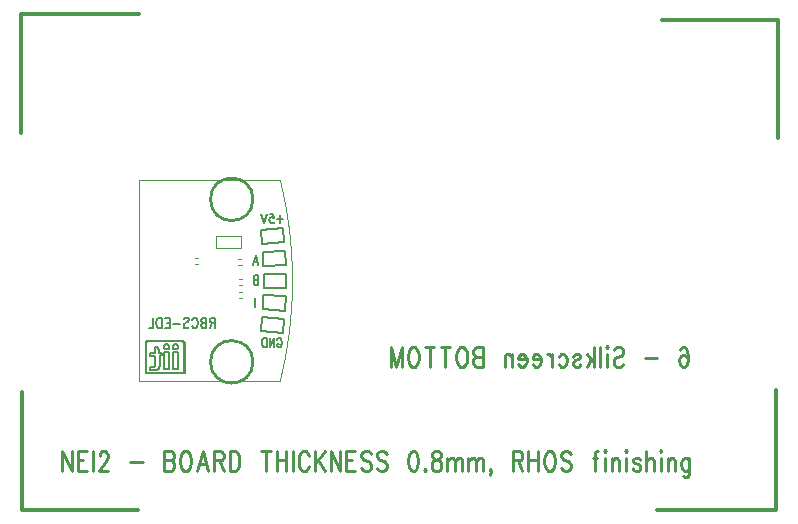
<source format=gbr>
*
*
G04 PADS 9.3 Build Number: 433611 generated Gerber (RS-274-X) file*
G04 PC Version=2.1*
*
%IN "NEI2_2.pcb"*%
*
%MOIN*%
*
%FSLAX35Y35*%
*
*
*
*
G04 PC Standard Apertures*
*
*
G04 Thermal Relief Aperture macro.*
%AMTER*
1,1,$1,0,0*
1,0,$1-$2,0,0*
21,0,$3,$4,0,0,45*
21,0,$3,$4,0,0,135*
%
*
*
G04 Annular Aperture macro.*
%AMANN*
1,1,$1,0,0*
1,0,$2,0,0*
%
*
*
G04 Odd Aperture macro.*
%AMODD*
1,1,$1,0,0*
1,0,$1-0.005,0,0*
%
*
*
G04 PC Custom Aperture Macros*
*
*
*
*
*
*
G04 PC Aperture Table*
*
%ADD010C,0.00394*%
%ADD012C,0.004*%
%ADD013C,0.005*%
%ADD014C,0.00591*%
%ADD016C,0.01*%
%ADD028C,0.001*%
%ADD037C,0.01181*%
%ADD052C,0.00787*%
*
*
*
*
G04 PC Circuitry*
G04 Layer Name NEI2_2.pcb - circuitry*
%LPD*%
*
*
G04 PC Custom Flashes*
G04 Layer Name NEI2_2.pcb - flashes*
%LPD*%
*
*
G04 PC Circuitry*
G04 Layer Name NEI2_2.pcb - circuitry*
%LPD*%
*
G54D10*
G01X40157Y110433D02*
X87125D01*
X87111Y43450D02*
G75*
G03Y110487I-135443J33519D01*
G01X87125Y43504D02*
X40157D01*
Y110433*
G54D12*
X59807Y84449D02*
X58685D01*
X59783Y82480D02*
X58780D01*
X74082Y91961D02*
Y87961D01*
X65682*
Y91961*
X74082*
X73067Y82087D02*
X74189D01*
X73091Y84055D02*
X74094D01*
X73264Y75591D02*
X74386D01*
X73287Y77559D02*
X74291D01*
X73264Y71063D02*
X74386D01*
X73287Y73031D02*
X74291D01*
G54D13*
X81183Y86549D02*
X81431Y81831D01*
X88901Y82223*
X88653Y86941*
X81183Y86549*
X81496Y79331D02*
Y74606D01*
X88976*
Y79331*
X81496*
X81431Y72106D02*
X81183Y67388D01*
X88653Y66996*
X88901Y71714*
X81431Y72106*
X80987Y64894D02*
X80493Y60195D01*
X87933Y59413*
X88426Y64112*
X80987Y64894*
X80493Y93742D02*
X80987Y89043D01*
X88426Y89825*
X87933Y94524*
X80493Y93742*
G54D14*
X87026Y98720D02*
Y96063D01*
X87992Y97392D02*
X86059D01*
X83697Y99163D02*
X84771D01*
X84878Y97835*
X84771Y97982*
X84449Y98130*
X84127*
X83805Y97982*
X83590Y97687*
X83482Y97244*
X83590Y96949*
X83697Y96506*
X83912Y96211*
X84234Y96063*
X84556*
X84878Y96211*
X84986Y96358*
X85093Y96654*
X82516Y99163D02*
X81657Y96063D01*
X80798Y99163D02*
X81657Y96063D01*
X85988Y57087D02*
X86095Y57382D01*
X86310Y57677*
X86525Y57825*
X86954*
X87169Y57677*
X87384Y57382*
X87491Y57087*
X87598Y56644*
Y55906*
X87491Y55463*
X87384Y55167*
X87169Y54872*
X86954Y54724*
X86525*
X86310Y54872*
X86095Y55167*
X85988Y55463*
Y55906*
X86525D02*
X85988D01*
X85021Y57825D02*
Y54724D01*
Y57825D02*
X83518Y54724D01*
Y57825D02*
Y54724D01*
X82552Y57825D02*
Y54724D01*
Y57825D02*
X81800D01*
X81478Y57677*
X81263Y57382*
X81156Y57087*
X81049Y56644*
Y55906*
X81156Y55463*
X81263Y55167*
X81478Y54872*
X81800Y54724*
X82552*
X78865Y85384D02*
X79724Y82283D01*
X78865Y85384D02*
X78006Y82283D01*
X79402Y83317D02*
X78329D01*
X79724Y78691D02*
Y75591D01*
Y78691D02*
X78758D01*
X78436Y78543*
X78329Y78396*
X78221Y78100*
Y77805*
X78329Y77510*
X78436Y77362*
X78758Y77215*
X79724D02*
X78758D01*
X78436Y77067*
X78329Y76919*
X78221Y76624*
Y76181*
X78329Y75886*
X78436Y75738*
X78758Y75591*
X79724*
X78543Y71211D02*
Y68110D01*
X42913Y56890D02*
Y56877D01*
X42861*
Y56865*
X42802*
Y56853*
X42754*
Y56841*
X42718*
Y56829*
X42694*
Y56817*
X42658*
Y56805*
X42634*
X42635Y56793*
X42611*
Y56781*
X42587*
Y56769*
X42575*
Y56757*
X42551*
Y56745*
X42527*
Y56733*
X42515*
Y56721*
X42503*
Y56709*
X42479*
Y56697*
X42467*
Y56685*
X42456*
Y56673*
X42444*
Y56661*
X42432*
Y56649*
X42420*
Y56637*
X42408*
Y56625*
X42396*
Y56613*
X42384*
Y56601*
X42372*
Y56589*
X42360*
Y56566*
X42348*
Y56554*
X42336*
Y56530*
X42325*
Y56518*
X42313*
Y56494*
X42301*
Y56470*
X42289*
Y56446*
X42277*
Y56422*
X42265*
Y56386*
X42253*
Y56350*
X42241*
Y56302*
X42241D02*
X42229D01*
X42252Y46603*
X42264*
Y46555*
X42276*
Y46519*
X42288*
Y46484*
X42300*
Y46460*
X42312*
Y46436*
X42324*
Y46412*
X42336*
Y46388*
X42348*
Y46376*
X42360*
Y46352*
X42372*
Y46340*
X42372D02*
X42384D01*
Y46317*
X42396*
Y46305*
X42408*
Y46293*
X42420*
Y46281*
X42432*
Y46269*
X42444*
Y46257*
X42456*
X42456D02*
Y46245D01*
X42467*
Y46233*
X42479*
Y46221*
X42491*
Y46209*
X42503*
Y46197*
X42527Y46198*
Y46186*
X42539*
Y46174*
X42551*
Y46162*
X42575*
Y46150*
X42599*
Y46138*
X42611*
Y46126*
X42635*
Y46114*
X42659*
Y46102*
X42683*
Y46090*
X42719*
Y46078*
X42743Y46079*
Y46067*
X42790*
Y46055*
X42898*
Y46043*
X55237Y46071*
X55214Y56320*
X55202*
Y56380*
X55190*
Y56416*
X55178*
Y56451*
X55166*
Y56475*
X55154*
Y56499*
X55142*
Y56523*
X55130*
Y56547*
X55118*
Y56559*
X55106*
Y56583*
X55094*
Y56595*
X55082*
Y56607*
X55070*
Y56630*
X55058*
Y56642*
X55046*
Y56654*
X55034*
Y56666*
X55022*
Y56678*
X55010*
Y56690*
X54998*
Y56702*
X54986*
Y56714*
X54974*
Y56726*
X54962*
Y56738*
X54938*
Y56750*
X54926*
Y56762*
X54926D02*
X54902Y56761D01*
Y56773*
X54890*
Y56785*
X54866*
Y56797*
X54854*
Y56809*
X54831*
X54830Y56821*
X54807*
Y56833*
X54783*
Y56845*
X54747*
Y56857*
X54723*
Y56869*
X54675Y56868*
Y56880*
X54639*
Y56892*
X54579*
Y56904*
X54528*
Y56916*
X42913Y56890*
X42918Y56722D02*
X54541Y56749D01*
Y56737*
X54601*
Y56725*
X54648*
Y56713*
X54684*
Y56701*
X54708*
Y56689*
X54744*
Y56677*
X54756Y56678*
Y56666*
X54780*
Y56654*
X54804*
Y56642*
X54816*
Y56630*
X54840*
Y56618*
X54852*
Y56606*
X54864*
Y56594*
X54888*
Y56582*
X54900*
X54900D02*
Y56570D01*
X54911*
X54912Y56558*
X54923*
X54924Y56546*
X54924D02*
X54935D01*
Y56535*
X54947*
Y56511*
X54959*
Y56499*
X54971*
Y56487*
X54983*
Y56463*
X54995*
Y56451*
X55007*
Y56427*
X55019*
Y56403*
X55031*
Y56368*
X55043*
Y56332*
X55055*
Y56284*
X55067*
X55090Y46214*
X42942Y46187*
Y46198*
X42882*
Y46210*
X42835*
Y46222*
X42799*
Y46234*
X42775*
Y46246*
X42739*
Y46258*
X42715*
Y46270*
X42703*
Y46282*
X42679Y46281*
Y46293*
X42655*
Y46305*
X42643*
Y46317*
X42631*
Y46329*
X42607*
Y46341*
X42595*
Y46353*
X42584*
X42584D02*
X42583Y46365D01*
X42572*
X42571Y46377*
X42560*
Y46389*
X42548*
Y46401*
X42536*
Y46424*
X42524*
Y46436*
X42512*
Y46448*
X42500*
Y46472*
X42488*
Y46484*
X42476*
Y46508*
X42464*
Y46532*
X42452*
Y46568*
X42440*
Y46603*
X42428*
Y46651*
X42416*
X42394Y56255*
X42406*
X42405Y56303*
X42417*
Y56339*
X42429*
Y56375*
X42441*
Y56398*
X42453Y56399*
Y56422*
X42465*
Y56434*
X42477*
Y56458*
X42489*
Y56470*
X42501*
Y56482*
X42513*
X42512Y56506*
X42524*
Y56518*
X42536*
Y56530*
X42548*
Y56542*
X42560*
Y56554*
X42572*
Y56566*
X42584*
Y56578*
X42608*
Y56590*
X42620*
Y56602*
X42632*
Y56614*
X42656*
Y56626*
X42679*
Y56638*
X42691*
Y56650*
X42715*
Y56662*
X42751*
Y56674*
X42775*
Y56686*
X42811*
Y56698*
X42858*
Y56710*
X42918*
Y56722*
X51354Y53318D02*
X51367Y47393D01*
X53016Y47397*
X53002Y53322*
X51354Y53318*
X51939Y55769D02*
Y55757D01*
X51879*
X51880Y55745*
X51832*
Y55733*
X51796Y55732*
Y55721*
X51772*
Y55709*
X51736Y55708*
Y55697*
X51712Y55696*
Y55685*
X51689Y55684*
Y55673*
X51665Y55672*
Y55661*
X51641Y55660*
Y55649*
X51629*
Y55637*
X51605Y55636*
Y55625*
X51593*
Y55613*
X51581*
Y55601*
X51557*
Y55589*
X51545*
Y55577*
X51533*
X51534Y55565*
X51522*
Y55553*
X51510*
Y55541*
X51498*
Y55529*
X51486*
Y55517*
X51474*
Y55505*
X51462*
Y55493*
X51450*
Y55481*
X51438*
Y55469*
X51426*
Y55457*
X51414*
Y55445*
X51402*
Y55421*
X51390*
X51391Y55409*
X51379*
Y55397*
X51367*
Y55373*
X51355*
Y55361*
X51343*
Y55337*
X51331*
Y55313*
X51319*
Y55289*
X51307*
Y55266*
X51295Y55265*
Y55242*
X51283*
Y55206*
X51272*
Y55170*
X51260*
Y55122*
X51248*
Y55062*
X51236*
Y54955*
X51224*
X51225Y54847*
X51236*
X51237Y54728*
X51249*
Y54668*
X51261*
Y54632*
X51273*
Y54597*
X51285*
Y54561*
X51297*
Y54537*
X51309*
Y54501*
X51321*
Y54477*
X51333*
Y54465*
X51345*
Y54441*
X51357*
Y54418*
X51369*
Y54406*
X51381*
Y54382*
X51393*
Y54370*
X51405*
Y54358*
X51417*
Y54334*
X51429*
Y54322*
X51441*
Y54310*
X51453*
Y54298*
X51465*
Y54286*
X51477*
Y54274*
X51489Y54275*
Y54263*
X51501*
Y54251*
X51513*
Y54239*
X51525*
Y54227*
X51537*
Y54215*
X51560*
X51561Y54203*
X51572*
Y54191*
X51584*
Y54179*
X51596*
Y54167*
X51620*
Y54155*
X51632*
Y54143*
X51656*
Y54132*
X51680*
Y54120*
X51704*
Y54108*
X51728*
Y54096*
X51752*
Y54084*
X51776*
Y54072*
X51812*
Y54060*
X51859*
Y54048*
X51907*
Y54037*
X51979*
Y54025*
X52206*
Y54037*
X52278*
Y54049*
X52337*
Y54061*
X52373Y54062*
Y54073*
X52409Y54074*
Y54085*
X52433Y54086*
Y54097*
X52457*
Y54109*
X52480Y54110*
Y54121*
X52504*
Y54133*
X52528Y54134*
Y54145*
X52552Y54146*
Y54157*
X52564*
Y54169*
X52588*
Y54181*
X52600*
Y54193*
X52612*
Y54205*
X52636*
Y54217*
X52647*
Y54229*
X52659*
Y54241*
X52671*
Y54253*
X52683*
Y54265*
X52695*
Y54277*
X52707*
Y54289*
X52719*
Y54301*
X52731*
Y54313*
X52743*
Y54325*
X52755*
Y54337*
X52767*
Y54349*
X52779*
Y54373*
X52790*
Y54385*
X52802*
Y54397*
X52814*
Y54421*
X52826*
Y54433*
X52838*
Y54457*
X52850*
Y54481*
X52862*
Y54505*
X52874*
Y54529*
X52874D02*
X52886D01*
Y54552*
X52898*
Y54576*
X52909*
Y54612*
X52921*
Y54660*
X52933*
Y54708*
X52945*
Y54780*
X52957*
X52956Y55030*
X52944*
Y55102*
X52932*
Y55150*
X52920*
Y55186*
X52908*
Y55221*
X52896*
Y55257*
X52884*
Y55281*
X52872*
Y55305*
X52860*
Y55329*
X52848*
Y55353*
X52836*
Y55365*
X52824*
Y55388*
X52812*
Y55400*
X52800*
Y55424*
X52788*
Y55436*
X52776*
Y55448*
X52764*
Y55460*
X52752*
Y55472*
X52740*
Y55496*
X52728*
Y55508*
X52716*
Y55520*
X52704*
Y55531*
X52692*
Y55543*
X52680*
Y55555*
X52668*
Y55567*
X52644*
Y55579*
X52632*
Y55591*
X52620*
Y55603*
X52608*
Y55615*
X52585*
Y55627*
X52573*
Y55639*
X52549*
Y55651*
X52537*
Y55663*
X52513Y55662*
Y55674*
X52489*
Y55686*
X52465*
Y55698*
X52441*
Y55710*
X52417*
Y55722*
X52381*
Y55734*
X52345*
Y55746*
X52298*
Y55758*
X52238Y55757*
Y55769*
X51939*
X48401Y53311D02*
X48414Y47386D01*
X50063Y47390*
X50049Y53315*
X48401Y53311*
X49018Y55762D02*
Y55750D01*
X48947*
Y55738*
X48899*
Y55726*
X48863*
Y55714*
X48839*
Y55702*
X48803*
X48804Y55690*
X48780*
Y55678*
X48756*
Y55666*
X48732*
Y55654*
X48720*
Y55642*
X48696*
Y55630*
X48672*
Y55618*
X48660*
Y55606*
X48648*
Y55594*
X48625*
Y55582*
X48613*
Y55570*
X48601*
Y55558*
X48589*
Y55546*
X48577*
Y55534*
X48565*
Y55522*
X48553*
Y55510*
X48541*
Y55498*
X48529*
Y55486*
X48517*
Y55474*
X48505*
Y55462*
X48493*
Y55450*
X48482*
Y55438*
X48470*
Y55414*
X48458*
Y55402*
X48446*
Y55378*
X48434*
Y55366*
X48422*
Y55343*
X48410*
Y55331*
X48398*
Y55307*
X48386*
Y55283*
X48374*
Y55259*
X48363*
Y55223*
X48351*
Y55199*
X48339*
Y55163*
X48327*
Y55115*
X48315*
Y55056*
X48303*
X48304Y54733*
X48316*
Y54673*
X48328*
Y54626*
X48340*
Y54590*
X48352*
Y54554*
X48364*
Y54530*
X48376*
Y54506*
X48388*
Y54482*
X48400*
Y54459*
X48412*
Y54435*
X48424*
Y54411*
X48436*
Y54399*
X48448*
Y54387*
X48460*
Y54363*
X48472*
Y54351*
X48484*
Y54339*
X48496*
Y54315*
X48508*
Y54303*
X48520Y54304*
Y54292*
X48532*
Y54280*
X48544*
Y54268*
X48556*
Y54256*
X48568*
Y54244*
X48580*
Y54232*
X48592*
Y54220*
X48604*
Y54208*
X48628*
Y54196*
X48640*
Y54184*
X48652*
Y54172*
X48676*
Y54161*
X48688*
Y54149*
X48711*
Y54137*
X48711D02*
X48723D01*
Y54125*
X48747*
Y54113*
X48771*
Y54101*
X48795*
Y54089*
X48819*
Y54077*
X48855*
Y54065*
X48879*
Y54054*
X48927*
Y54042*
X48975*
Y54030*
X49046*
Y54018*
X49273Y54019*
Y54031*
X49357*
Y54043*
X49405*
X49404Y54055*
X49440*
Y54067*
X49476*
Y54079*
X49500*
Y54091*
X49536*
Y54103*
X49560*
Y54115*
X49572*
Y54127*
X49595*
Y54139*
X49619*
Y54151*
X49631*
Y54163*
X49655*
Y54175*
X49667*
Y54187*
X49691*
Y54199*
X49703*
Y54211*
X49715*
Y54223*
X49727*
Y54235*
X49739*
X49738Y54247*
X49750*
Y54259*
X49762*
Y54271*
X49774*
Y54282*
X49786Y54283*
Y54294*
X49798Y54295*
Y54306*
X49810*
Y54318*
X49822*
Y54330*
X49834*
Y54342*
X49846*
Y54354*
X49858*
Y54378*
X49870*
Y54390*
X49882*
X49881Y54414*
X49893*
Y54426*
X49905*
Y54450*
X49917*
Y54462*
X49929*
Y54486*
X49941*
Y54510*
X49953*
Y54546*
X49965*
Y54570*
X49977*
Y54605*
X49989Y54606*
Y54641*
X50000*
Y54689*
X50012*
Y54761*
X50024*
X50023Y55036*
X50011*
Y55107*
X49999*
Y55155*
X49987*
Y55191*
X49975*
Y55227*
X49963*
Y55251*
X49951Y55250*
Y55274*
X49939*
Y55298*
X49927*
Y55322*
X49915*
Y55346*
X49903*
Y55358*
X49891*
Y55382*
X49879*
Y55394*
X49867*
Y55418*
X49855Y55417*
Y55429*
X49843*
Y55441*
X49831*
Y55465*
X49819*
Y55477*
X49807*
Y55489*
X49795*
Y55501*
X49783*
Y55513*
X49771*
Y55525*
X49760*
X49759Y55537*
X49748*
Y55549*
X49736*
Y55561*
X49724*
Y55572*
X49700*
Y55584*
X49688*
Y55596*
X49676*
Y55608*
X49652*
Y55620*
X49640*
Y55632*
X49616*
Y55644*
X49604*
Y55656*
X49580*
Y55668*
X49556*
Y55680*
X49532*
Y55692*
X49508Y55691*
Y55703*
X49484*
Y55715*
X49448*
Y55727*
X49413*
Y55739*
X49365*
Y55751*
X49305*
Y55763*
X49018Y55762*
X45248Y54879D02*
X45252Y52920D01*
X43699Y52916*
X43701Y51996*
X45254Y52000*
X45261Y48846*
X45250*
Y48715*
X45238*
Y48631*
X45226*
Y48583*
X45214*
Y48536*
X45202*
X45203Y48488*
X45191*
Y48452*
X45179*
Y48428*
X45167*
Y48404*
X45155*
Y48380*
X45143*
Y48356*
X45131*
Y48332*
X45119*
Y48320*
X45107*
Y48296*
X45095*
X45096Y48284*
X45084*
Y48273*
X45084D02*
X45072Y48272D01*
Y48261*
X45060Y48260*
Y48249*
X45048*
Y48237*
X45036*
Y48225*
X45024*
Y48213*
X45000*
Y48201*
X44988*
Y48189*
X44964*
Y48177*
X44941*
Y48165*
X44917*
Y48153*
X44893*
Y48141*
X44857*
Y48129*
X44809*
Y48117*
X44761Y48116*
X44762Y48105*
X44678Y48104*
Y48092*
X44320*
Y48104*
X44212Y48103*
Y48115*
X44128*
Y48127*
X44069*
Y48139*
X44009*
Y48151*
X43949Y48150*
Y48162*
X43901*
Y48174*
X43854*
X43853Y48186*
X43818*
Y48198*
X43770*
Y48210*
X43758*
X43760Y47266*
X43784*
Y47254*
X43808*
Y47242*
X43844*
Y47230*
X43880Y47231*
Y47219*
X43915*
Y47207*
X43951*
Y47195*
X43999*
Y47183*
X44047*
Y47171*
X44095*
Y47159*
X44154Y47160*
Y47148*
X44214*
Y47136*
X44274*
Y47124*
X44346*
Y47112*
X44441*
Y47100*
X44537Y47101*
Y47089*
X44656*
Y47077*
X44824*
Y47065*
X45373Y47067*
Y47079*
X45481*
Y47091*
X45552*
Y47103*
X45612*
Y47115*
X45660*
Y47127*
X45707*
Y47139*
X45743*
Y47151*
X45779*
Y47163*
X45815*
Y47175*
X45851*
Y47187*
X45875*
X45874Y47199*
X45910*
Y47211*
X45934*
Y47223*
X45958*
Y47235*
X45982*
Y47247*
X46006*
Y47259*
X46030*
Y47271*
X46054*
X46053Y47283*
X46077*
Y47295*
X46089*
Y47307*
X46113*
Y47319*
X46125*
Y47331*
X46149*
Y47343*
X46161*
Y47355*
X46185*
Y47367*
X46197*
Y47379*
X46220*
Y47391*
X46232*
Y47403*
X46244*
Y47415*
X46256*
Y47427*
X46280*
Y47439*
X46292*
Y47451*
X46304*
Y47463*
X46316*
Y47475*
X46328*
Y47487*
X46340*
Y47499*
X46352*
Y47511*
X46364*
Y47523*
X46375*
Y47535*
X46387*
Y47547*
X46399*
Y47559*
X46411*
Y47571*
X46423*
Y47583*
X46435*
Y47595*
X46447*
Y47607*
X46459*
Y47619*
X46471*
Y47631*
X46483*
Y47655*
X46495*
Y47667*
X46507*
X46506Y47678*
X46518Y47679*
Y47702*
X46530*
Y47714*
X46542*
Y47726*
X46554*
Y47750*
X46566*
Y47762*
X46578*
Y47786*
X46590*
Y47798*
X46602*
Y47822*
X46614*
Y47846*
X46626*
Y47858*
X46637*
Y47882*
X46649*
Y47906*
X46661*
Y47930*
X46673*
Y47954*
X46685*
Y47978*
X46697*
Y48001*
X46709*
Y48037*
X46721*
Y48061*
X46733*
Y48085*
X46744*
Y48121*
X46756*
Y48157*
X46768*
Y48193*
X46780*
Y48229*
X46792*
Y48264*
X46804*
X46804D02*
Y48312D01*
X46816*
Y48360*
X46816D02*
X46827D01*
Y48408*
X46839*
Y48468*
X46851*
Y48527*
X46863*
Y48599*
X46875*
X46874Y48695*
X46886*
Y48826*
X46898*
X46891Y52015*
X47596Y52017*
X47593Y52908*
X46829Y52911*
Y52935*
X46817*
Y52983*
X46805*
Y53031*
X46793*
Y53066*
X46781*
Y53114*
X46769*
Y53150*
X46757*
Y53198*
X46745*
Y53246*
X46733Y53245*
Y53281*
X46721*
Y53329*
X46709*
X46708Y53365*
X46697*
X46696Y53413*
X46685*
X46685D02*
X46684Y53460D01*
X46672*
Y53496*
X46660*
Y53544*
X46648*
Y53580*
X46636*
Y53628*
X46624Y53627*
Y53675*
X46612*
Y53711*
X46600*
Y53759*
X46588*
Y53795*
X46576*
Y53842*
X46564*
Y53890*
X46552*
Y53926*
X46540*
Y53974*
X46528*
Y54010*
X46516Y54009*
Y54057*
X46504*
Y54105*
X46492*
Y54141*
X46480*
Y54189*
X46468*
Y54224*
X46456*
Y54272*
X46444*
Y54320*
X46432*
Y54356*
X46420*
X46419Y54403*
X46407*
Y54439*
X46395*
Y54487*
X46383*
Y54535*
X46371*
Y54571*
X46359*
Y54618*
X46347*
Y54666*
X46335*
Y54702*
X46323*
Y54750*
X46311*
Y54785*
X46299*
Y54833*
X46287*
Y54881*
X45248Y54879*
G54D16*
X77981Y104046D02*
G03X77981I-7087J0D01*
G01Y49891D02*
G03X77981I-7087J0D01*
G01X220304Y53853D02*
X220531Y54478D01*
X221213Y54791*
X221668*
X222350Y54478*
X222804Y53541*
X223031Y51978*
Y50416*
X222804Y49166*
X222350Y48541*
X221668Y48228*
X221441*
X220759Y48541*
X220304Y49166*
X220077Y50103*
Y50416*
X220304Y51353*
X220759Y51978*
X221441Y52291*
X221668*
X222350Y51978*
X222804Y51353*
X223031Y50416*
X212804Y51041D02*
X208713D01*
X198259Y53853D02*
X198713Y54478D01*
X199395Y54791*
X200304*
X200986Y54478*
X201441Y53853*
Y53228*
X201213Y52603*
X200986Y52291*
X200531Y51978*
X199168Y51353*
X198713Y51041*
X198486Y50728*
X198259Y50103*
Y49166*
X198713Y48541*
X199395Y48228*
X200304*
X200986Y48541*
X201441Y49166*
X196213Y54791D02*
X195986Y54478D01*
X195759Y54791*
X195986Y55103*
X196213Y54791*
X195986Y52603D02*
Y48228D01*
X193713Y54791D02*
Y48228D01*
X191668Y54791D02*
Y48228D01*
X189395Y52603D02*
X191668Y49478D01*
X190759Y50728D02*
X189168Y48228D01*
X184622Y51666D02*
X184850Y52291D01*
X185531Y52603*
X186213*
X186895Y52291*
X187122Y51666*
X186895Y51041*
X186441Y50728*
X185304Y50416*
X184850Y50103*
X184622Y49478*
Y49166*
X184850Y48541*
X185531Y48228*
X186213*
X186895Y48541*
X187122Y49166*
X179850Y51666D02*
X180304Y52291D01*
X180759Y52603*
X181441*
X181895Y52291*
X182350Y51666*
X182577Y50728*
Y50103*
X182350Y49166*
X181895Y48541*
X181441Y48228*
X180759*
X180304Y48541*
X179850Y49166*
X177804Y52603D02*
Y48228D01*
Y50728D02*
X177577Y51666D01*
X177122Y52291*
X176668Y52603*
X175986*
X173941Y50728D02*
X171213D01*
Y51353*
X171441Y51978*
X171668Y52291*
X172122Y52603*
X172804*
X173259Y52291*
X173713Y51666*
X173941Y50728*
Y50103*
X173713Y49166*
X173259Y48541*
X172804Y48228*
X172122*
X171668Y48541*
X171213Y49166*
X169168Y50728D02*
X166441D01*
Y51353*
X166668Y51978*
X166895Y52291*
X167350Y52603*
X168031*
X168486Y52291*
X168941Y51666*
X169168Y50728*
Y50103*
X168941Y49166*
X168486Y48541*
X168031Y48228*
X167350*
X166895Y48541*
X166441Y49166*
X164395Y52603D02*
Y48228D01*
Y51353D02*
X163713Y52291D01*
X163259Y52603*
X162577*
X162122Y52291*
X161895Y51353*
Y48228*
X154622Y54791D02*
Y48228D01*
Y54791D02*
X152577D01*
X151895Y54478*
X151668Y54166*
X151441Y53541*
Y52916*
X151668Y52291*
X151895Y51978*
X152577Y51666*
X154622D02*
X152577D01*
X151895Y51353*
X151668Y51041*
X151441Y50416*
Y49478*
X151668Y48853*
X151895Y48541*
X152577Y48228*
X154622*
X148031Y54791D02*
X148486Y54478D01*
X148941Y53853*
X149168Y53228*
X149395Y52291*
Y50728*
X149168Y49791*
X148941Y49166*
X148486Y48541*
X148031Y48228*
X147122*
X146668Y48541*
X146213Y49166*
X145986Y49791*
X145759Y50728*
Y52291*
X145986Y53228*
X146213Y53853*
X146668Y54478*
X147122Y54791*
X148031*
X142122D02*
Y48228D01*
X143713Y54791D02*
X140531D01*
X136895D02*
Y48228D01*
X138486Y54791D02*
X135304D01*
X131895D02*
X132350Y54478D01*
X132804Y53853*
X133031Y53228*
X133259Y52291*
Y50728*
X133031Y49791*
X132804Y49166*
X132350Y48541*
X131895Y48228*
X130986*
X130531Y48541*
X130077Y49166*
X129850Y49791*
X129622Y50728*
Y52291*
X129850Y53228*
X130077Y53853*
X130531Y54478*
X130986Y54791*
X131895*
X127577D02*
Y48228D01*
Y54791D02*
X125759Y48228D01*
X123941Y54791D02*
X125759Y48228D01*
X123941Y54791D02*
Y48228D01*
X14370Y20145D02*
Y13583D01*
Y20145D02*
X17552Y13583D01*
Y20145D02*
Y13583D01*
X19597Y20145D02*
Y13583D01*
Y20145D02*
X22552D01*
X19597Y17020D02*
X21416D01*
X19597Y13583D02*
X22552D01*
X24597Y20145D02*
Y13583D01*
X26870Y18583D02*
Y18895D01*
X27097Y19520*
X27325Y19833*
X27779Y20145*
X28688*
X29143Y19833*
X29370Y19520*
X29597Y18895*
Y18270*
X29370Y17645*
X28916Y16708*
X26643Y13583*
X29825*
X37097Y16395D02*
X41188D01*
X48461Y20145D02*
Y13583D01*
Y20145D02*
X50506D01*
X51188Y19833*
X51416Y19520*
X51643Y18895*
Y18270*
X51416Y17645*
X51188Y17333*
X50506Y17020*
X48461D02*
X50506D01*
X51188Y16708*
X51416Y16395*
X51643Y15770*
Y14833*
X51416Y14208*
X51188Y13895*
X50506Y13583*
X48461*
X55052Y20145D02*
X54597Y19833D01*
X54143Y19208*
X53916Y18583*
X53688Y17645*
Y16083*
X53916Y15145*
X54143Y14520*
X54597Y13895*
X55052Y13583*
X55961*
X56416Y13895*
X56870Y14520*
X57097Y15145*
X57325Y16083*
Y17645*
X57097Y18583*
X56870Y19208*
X56416Y19833*
X55961Y20145*
X55052*
X61188D02*
X59370Y13583D01*
X61188Y20145D02*
X63006Y13583D01*
X60052Y15770D02*
X62325D01*
X65052Y20145D02*
Y13583D01*
Y20145D02*
X67097D01*
X67779Y19833*
X68006Y19520*
X68234Y18895*
Y18270*
X68006Y17645*
X67779Y17333*
X67097Y17020*
X65052*
X66643D02*
X68234Y13583D01*
X70279Y20145D02*
Y13583D01*
Y20145D02*
X71870D01*
X72552Y19833*
X73006Y19208*
X73234Y18583*
X73461Y17645*
Y16083*
X73234Y15145*
X73006Y14520*
X72552Y13895*
X71870Y13583*
X70279*
X82325Y20145D02*
Y13583D01*
X80734Y20145D02*
X83916D01*
X85961D02*
Y13583D01*
X89143Y20145D02*
Y13583D01*
X85961Y17020D02*
X89143D01*
X91188Y20145D02*
Y13583D01*
X96643Y18583D02*
X96416Y19208D01*
X95961Y19833*
X95506Y20145*
X94597*
X94143Y19833*
X93688Y19208*
X93461Y18583*
X93234Y17645*
Y16083*
X93461Y15145*
X93688Y14520*
X94143Y13895*
X94597Y13583*
X95506*
X95961Y13895*
X96416Y14520*
X96643Y15145*
X98688Y20145D02*
Y13583D01*
X101870Y20145D02*
X98688Y15770D01*
X99825Y17333D02*
X101870Y13583D01*
X103916Y20145D02*
Y13583D01*
Y20145D02*
X107097Y13583D01*
Y20145D02*
Y13583D01*
X109143Y20145D02*
Y13583D01*
Y20145D02*
X112097D01*
X109143Y17020D02*
X110961D01*
X109143Y13583D02*
X112097D01*
X117325Y19208D02*
X116870Y19833D01*
X116188Y20145*
X115279*
X114597Y19833*
X114143Y19208*
Y18583*
X114370Y17958*
X114597Y17645*
X115052Y17333*
X116416Y16708*
X116870Y16395*
X117097Y16083*
X117325Y15458*
Y14520*
X116870Y13895*
X116188Y13583*
X115279*
X114597Y13895*
X114143Y14520*
X122552Y19208D02*
X122097Y19833D01*
X121416Y20145*
X120506*
X119825Y19833*
X119370Y19208*
Y18583*
X119597Y17958*
X119825Y17645*
X120279Y17333*
X121643Y16708*
X122097Y16395*
X122325Y16083*
X122552Y15458*
Y14520*
X122097Y13895*
X121416Y13583*
X120506*
X119825Y13895*
X119370Y14520*
X131188Y20145D02*
X130506Y19833D01*
X130052Y18895*
X129825Y17333*
Y16395*
X130052Y14833*
X130506Y13895*
X131188Y13583*
X131643*
X132325Y13895*
X132779Y14833*
X133006Y16395*
Y17333*
X132779Y18895*
X132325Y19833*
X131643Y20145*
X131188*
X135279Y14208D02*
X135052Y13895D01*
X135279Y13583*
X135506Y13895*
X135279Y14208*
X138688Y20145D02*
X138006Y19833D01*
X137779Y19208*
Y18583*
X138006Y17958*
X138461Y17645*
X139370Y17333*
X140052Y17020*
X140506Y16395*
X140734Y15770*
Y14833*
X140506Y14208*
X140279Y13895*
X139597Y13583*
X138688*
X138006Y13895*
X137779Y14208*
X137552Y14833*
Y15770*
X137779Y16395*
X138234Y17020*
X138916Y17333*
X139825Y17645*
X140279Y17958*
X140506Y18583*
Y19208*
X140279Y19833*
X139597Y20145*
X138688*
X142779Y17958D02*
Y13583D01*
Y16708D02*
X143461Y17645D01*
X143916Y17958*
X144597*
X145052Y17645*
X145279Y16708*
Y13583*
Y16708D02*
X145961Y17645D01*
X146416Y17958*
X147097*
X147552Y17645*
X147779Y16708*
Y13583*
X149825Y17958D02*
Y13583D01*
Y16708D02*
X150506Y17645D01*
X150961Y17958*
X151643*
X152097Y17645*
X152325Y16708*
Y13583*
Y16708D02*
X153006Y17645D01*
X153461Y17958*
X154143*
X154597Y17645*
X154825Y16708*
Y13583*
X157325Y13895D02*
X157097Y13583D01*
X156870Y13895*
X157097Y14208*
X157325Y13895*
Y13270*
X157097Y12645*
X156870Y12333*
X164597Y20145D02*
Y13583D01*
Y20145D02*
X166643D01*
X167325Y19833*
X167552Y19520*
X167779Y18895*
Y18270*
X167552Y17645*
X167325Y17333*
X166643Y17020*
X164597*
X166188D02*
X167779Y13583D01*
X169825Y20145D02*
Y13583D01*
X173006Y20145D02*
Y13583D01*
X169825Y17020D02*
X173006D01*
X176416Y20145D02*
X175961Y19833D01*
X175506Y19208*
X175279Y18583*
X175052Y17645*
Y16083*
X175279Y15145*
X175506Y14520*
X175961Y13895*
X176416Y13583*
X177325*
X177779Y13895*
X178234Y14520*
X178461Y15145*
X178688Y16083*
Y17645*
X178461Y18583*
X178234Y19208*
X177779Y19833*
X177325Y20145*
X176416*
X183916Y19208D02*
X183461Y19833D01*
X182779Y20145*
X181870*
X181188Y19833*
X180734Y19208*
Y18583*
X180961Y17958*
X181188Y17645*
X181643Y17333*
X183006Y16708*
X183461Y16395*
X183688Y16083*
X183916Y15458*
Y14520*
X183461Y13895*
X182779Y13583*
X181870*
X181188Y13895*
X180734Y14520*
X193006Y20145D02*
X192552D01*
X192097Y19833*
X191870Y18895*
Y13583*
X191188Y17958D02*
X192779D01*
X195052Y20145D02*
X195279Y19833D01*
X195506Y20145*
X195279Y20458*
X195052Y20145*
X195279Y17958D02*
Y13583D01*
X197552Y17958D02*
Y13583D01*
Y16708D02*
X198234Y17645D01*
X198688Y17958*
X199370*
X199825Y17645*
X200052Y16708*
Y13583*
X202097Y20145D02*
X202325Y19833D01*
X202552Y20145*
X202325Y20458*
X202097Y20145*
X202325Y17958D02*
Y13583D01*
X207097Y17020D02*
X206870Y17645D01*
X206188Y17958*
X205506*
X204825Y17645*
X204597Y17020*
X204825Y16395*
X205279Y16083*
X206416Y15770*
X206870Y15458*
X207097Y14833*
Y14520*
X206870Y13895*
X206188Y13583*
X205506*
X204825Y13895*
X204597Y14520*
X209143Y20145D02*
Y13583D01*
Y16708D02*
X209825Y17645D01*
X210279Y17958*
X210961*
X211416Y17645*
X211643Y16708*
Y13583*
X213688Y20145D02*
X213916Y19833D01*
X214143Y20145*
X213916Y20458*
X213688Y20145*
X213916Y17958D02*
Y13583D01*
X216188Y17958D02*
Y13583D01*
Y16708D02*
X216870Y17645D01*
X217325Y17958*
X218006*
X218461Y17645*
X218688Y16708*
Y13583*
X223461Y17958D02*
Y12958D01*
X223234Y12020*
X223006Y11708*
X222552Y11395*
X221870*
X221416Y11708*
X223461Y17020D02*
X223006Y17645D01*
X222552Y17958*
X221870*
X221416Y17645*
X220961Y17020*
X220734Y16083*
Y15458*
X220961Y14520*
X221416Y13895*
X221870Y13583*
X222552*
X223006Y13895*
X223461Y14520*
G54D28*
G54D37*
X591Y126181D02*
Y165551D01*
Y165945D02*
X39961D01*
X214370Y163976D02*
X252953D01*
Y124606*
X984Y39961D02*
Y591D01*
X39567*
X252165Y40354D02*
Y591D01*
X212795*
G54D52*
X65354Y64641D02*
Y61024D01*
Y64641D02*
X64227D01*
X63851Y64469*
X63726Y64296*
X63601Y63952*
Y63607*
X63726Y63263*
X63851Y63091*
X64227Y62918*
X65354*
X64477D02*
X63601Y61024D01*
X62473Y64641D02*
Y61024D01*
Y64641D02*
X61346D01*
X60970Y64469*
X60845Y64296*
X60719Y63952*
Y63607*
X60845Y63263*
X60970Y63091*
X61346Y62918*
X62473D02*
X61346D01*
X60970Y62746*
X60845Y62574*
X60719Y62229*
Y61713*
X60845Y61368*
X60970Y61196*
X61346Y61024*
X62473*
X57713Y63780D02*
X57838Y64124D01*
X58089Y64469*
X58339Y64641*
X58840*
X59091Y64469*
X59341Y64124*
X59467Y63780*
X59592Y63263*
Y62402*
X59467Y61885*
X59341Y61540*
X59091Y61196*
X58840Y61024*
X58339*
X58089Y61196*
X57838Y61540*
X57713Y61885*
X54832Y64124D02*
X55082Y64469D01*
X55458Y64641*
X55959*
X56335Y64469*
X56586Y64124*
Y63780*
X56460Y63435*
X56335Y63263*
X56084Y63091*
X55333Y62746*
X55082Y62574*
X54957Y62402*
X54832Y62057*
Y61540*
X55082Y61196*
X55458Y61024*
X55959*
X56335Y61196*
X56586Y61540*
X53704Y62574D02*
X51450D01*
X50322Y64641D02*
Y61024D01*
Y64641D02*
X48694D01*
X50322Y62918D02*
X49320D01*
X50322Y61024D02*
X48694D01*
X47566Y64641D02*
Y61024D01*
Y64641D02*
X46689D01*
X46314Y64469*
X46063Y64124*
X45938Y63780*
X45812Y63263*
Y62402*
X45938Y61885*
X46063Y61540*
X46314Y61196*
X46689Y61024*
X47566*
X44685Y64641D02*
Y61024D01*
X43182*
G74*
X0Y0D02*
M02*

</source>
